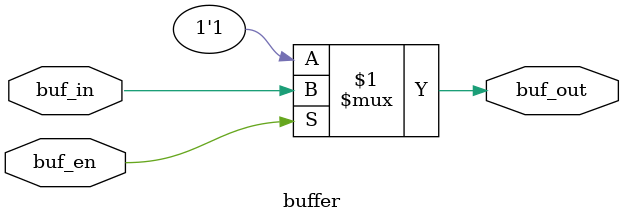
<source format=v>
module buffer(buf_out, buf_in, buf_en);
	output buf_out;
	input buf_in, buf_en;
	
	assign buf_out = buf_en ? buf_in : 1'b1;
endmodule
</source>
